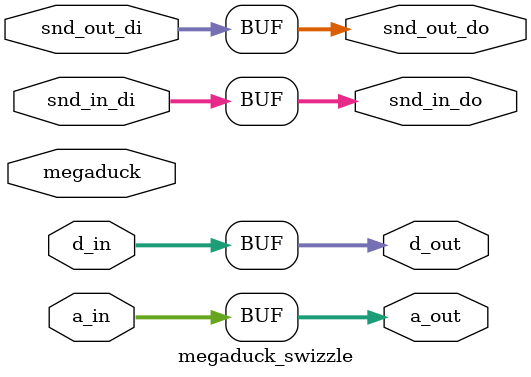
<source format=sv>

module megaduck_swizzle (
    input        megaduck,
    input  [7:0] a_in,
    input  [7:0] snd_in_di,
    input  [7:0] snd_out_di,
    output [7:0] a_out,
    output [7:0] snd_in_do,
    output [7:0] snd_out_do,
    input  [7:0] d_in,
    output [7:0] d_out
);

    // Pass through without modification (megaduck mode not supported in sim)
    assign a_out = a_in;
    assign snd_in_do = snd_in_di;
    assign snd_out_do = snd_out_di;
    assign d_out = d_in;

endmodule

</source>
